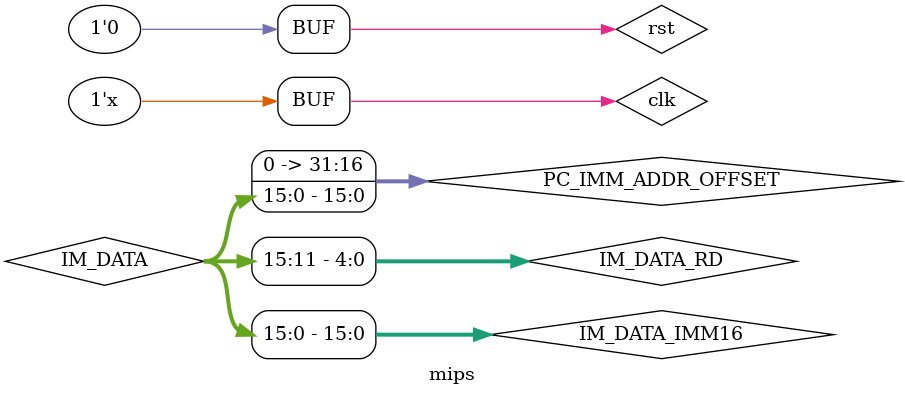
<source format=v>
/**
 * MIPS - Single-cycle CPU main module.
 * Supported instructions: addu, subu, ori, lui, sw, lw
 * @module_name mips
 * @author Yongting Chen <yongting.chen@ucdconnect.ie>
 */

module mips (
  // input wire clk, rst
);
  reg clk, rst;

  // TODO: move clk generator to mips_testbench after completed
  initial begin
    clk = 1;
    rst = 1;

    #100 rst = 0;
  end

  always #50 clk = ~clk;

  // ALU
  wire [3:0] ALU_CTL;
  wire [31:0] ALU_IN_A, ALU_IN_B, ALU_OUT;
  wire ALU_ZERO_OUT;
  alu alu_(ALU_CTL, ALU_IN_A, ALU_IN_B, ALU_OUT, ALU_ZERO_OUT);

  // PC and NPC
  wire [31:0] PC_ADDR, PC_NEXT_ADDR, PC_IMM_ADDR_OFFSET;
  assign PC_IMM_ADDR_OFFSET = IM_DATA_IMM16;
  pc pc_(clk, rst, PC_NEXT_ADDR, PC_ADDR);
  npc npc_(PC_ADDR, CTRL_NPC_JMP, PC_IMM_ADDR_OFFSET, PC_NEXT_ADDR);

  // shift PC from 0000_3000 to 0000_0000 for `im`
  wire [31:0] PC_ADDR_FOR_IM = PC_ADDR - 32'h0000_3000;
  wire [7:0]  IM_ADDR = PC_ADDR_FOR_IM / 4;
  wire [31:0] IM_DATA;
  // define some wires for further easy reference
  wire [4:0] IM_DATA_RS = IM_DATA[25:21];
  wire [4:0] IM_DATA_RT = IM_DATA[20:16];
  wire [4:0] IM_DATA_RD = IM_DATA[15:11];
  wire [15:0] IM_DATA_IMM16 = IM_DATA[15:0];
  im im_(IM_ADDR, IM_DATA);

  // CTRL
  wire CTRL_REG_DST, CTRL_REG_WRITE, CTRL_ALU_SRC, CTRL_MEM_READ, CTRL_MEM_WRITE, CTRL_NPC_JMP;
  ctrl ctrl_(IM_DATA, CTRL_REG_DST, CTRL_REG_WRITE, CTRL_ALU_SRC, CTRL_MEM_READ, CTRL_MEM_WRITE, CTRL_NPC_JMP, ALU_CTL);

  // GPR
  wire [31:0] GPR_RD1, GPR_RD2;
  wire [4:0] GPR_ADDR_WRITE_IN1;
  wire [4:0] GPR_ADDR_READ_IN1 = IM_DATA_RS;
  wire [4:0] GPR_ADDR_READ_IN2 = IM_DATA_RT;
  assign ALU_IN_A = GPR_RD1;
  gpr gpr_(clk, rst, CTRL_REG_WRITE, GPR_ADDR_READ_IN1, GPR_ADDR_READ_IN2, GPR_ADDR_WRITE_IN1, ALU_OUT, GPR_RD1, GPR_RD2);

  // Multiplex GPR Inputs (Those reg addrs to read and to write differs by instruction)
  mux2 mux2_2(IM_DATA_RT, IM_DATA_RD, CTRL_REG_DST, GPR_ADDR_WRITE_IN1);
  // mux2 mux2_3(0'b00000, IM_DATA_RT, CTRL_REG_DST, GPR_ADDR_READ_IN2);

  // Multiplex ALU input b (either rd or extended immediate number)
  wire [31:0] EXTENDED_IMM16; // Extend immediate to 32 bits
  mux2 mux2_1(GPR_RD2, EXTENDED_IMM16, CTRL_ALU_SRC, ALU_IN_B); // if ALU_SRC true, then use extended immediate as ALU input B
  ext #(16) ext_1(0, IM_DATA[15:0], EXTENDED_IMM16); // Extend immediate number to 32 bits

  // DM
  wire [31:0] DM_WRITE_DATA, DM_READ_DATA;
  wire [7:0] DM_OPR_ADDR = GPR_RD1 + EXTENDED_IMM16; // base + offset
  assign DM_WRITE_DATA = GPR_RD2;
  dm dm_(DM_OPR_ADDR, DM_WRITE_DATA, CTRL_MEM_WRITE, CTRL_MEM_READ, clk, DM_READ_DATA);
endmodule
</source>
